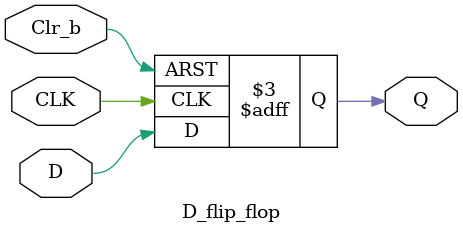
<source format=v>
module Shift_Register_4_str (			// V2001, 2005	
  output [3: 0] 	A_par,				// Parallel output
  input [3: 0] 	I_par,				// Parallel input
  input 		s1, s0,				// Mode select
  input 		MSB_in, LSB_in, CLK, Clear_b	// Serial inputs, clock, clear
);

// bus for mode control
  wire 	[1:0] 	select = {s1, s0};

// Instantiate the four stages
  stage ST0 (A_par[0], A_par[1], LSB_in, I_par[0], A_par[0], select, CLK, Clear_b);
  stage ST1 (A_par[1], A_par[2], A_par[0], I_par[1],A_par[1], select, CLK, Clear_b);
  stage ST2 (A_par[2], A_par[3], A_par[1], I_par[2], A_par[2], select, CLK, Clear_b);
  stage ST3 (A_par[3], MSB_in, A_par[2], I_par[3], A_par[3], select, CLK, Clear_b);
endmodule


// One stage of shift register
module stage (i0, i1, i2, i3, Q, select, CLK, Clr_b);
  input	i0, 	// circulation bit selection
 	i1, 	// data from left neighbor or serial input for shift-right
  	i2, 	// data from right neighbor or serial input for shift-left
  	i3; 	// data from parallel input
  output 	Q; 
  input [1: 0] 	select;		// stage mode control bus
  input		CLK, Clr_b;	// Clock, Clear for flip-flops
  wire		mux_out;

// instantiate mux and flip-flop
  Mux_4_x_1	M0 	(mux_out, i0, i1, i2, i3, select);
  D_flip_flop	M1 	(Q, mux_out, CLK, Clr_b);
endmodule

// 4x1 multiplexer 		// behavioral model 
module Mux_4_x_1 (mux_out, i0, i1, i2, i3, select);
  output 	mux_out;
  input		i0, i1, i2, i3;
  input [1: 0]	select;
  reg		mux_out;
  always @ (select, i0, i1, i2, i3)
    case (select)
      2'b00: 	mux_out = i0;
      2'b01: 	mux_out = i1;
      2'b10: 	mux_out = i2;
      2'b11: 	mux_out = i3;
    endcase
endmodule

// Behavioral model of D flip-flop
module D_flip_flop (Q, D, CLK, Clr_b);
  output	Q;
  input	D, CLK, Clr_b;
  reg		Q;

  always @ (posedge CLK or negedge Clr_b)		
    if (!Clr_b) Q <= 1'b0; else Q <= D;
endmodule

</source>
